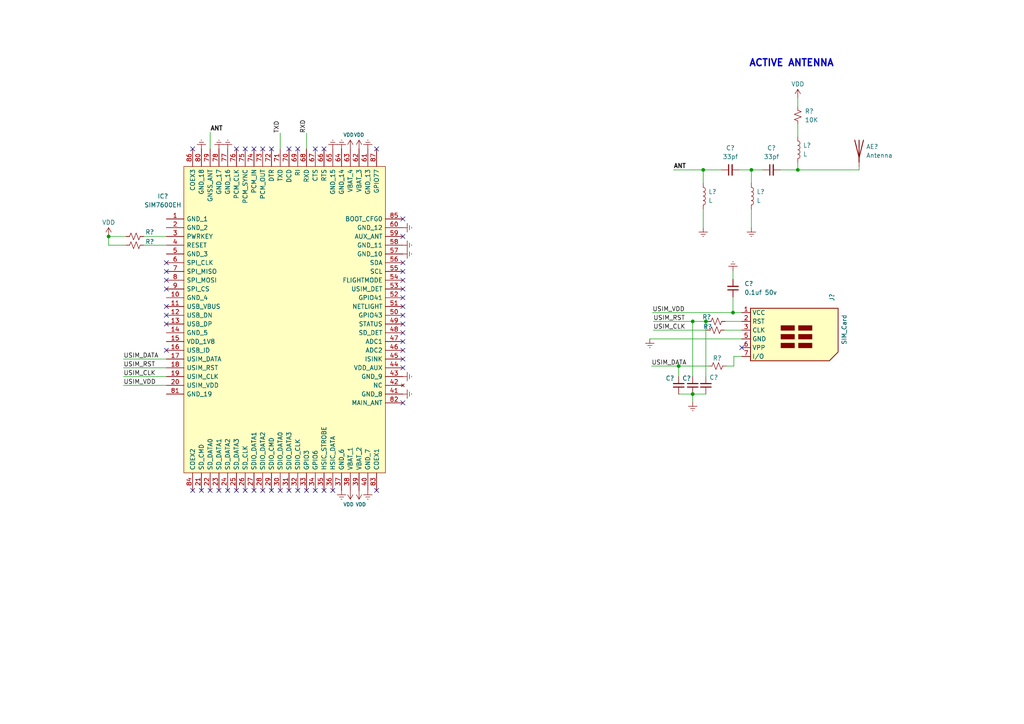
<source format=kicad_sch>
(kicad_sch (version 20210621) (generator eeschema)
  (paper "A4")
  (title_block (title "SIMCOM7600") (date "2022-08-22") (rev "V1.0") (company "PRAAN TECHNOLOGY PVT.LTD"))
  (lib_symbols
    (symbol "Connector:SIM_Card"
      (property "Reference" "J" (at -2.54 12.7 0))
      (property "Value" "SIM_Card" (at -1.27 10.16 0))
      (symbol "SIM_Card_0_1"
        (rectangle (start -1.27 -2.54) (end 2.54 -1.27) (stroke (width 0.254)) (fill (type outline)))
        (rectangle (start -1.27 0) (end 2.54 1.27) (stroke (width 0.254)) (fill (type outline)))
        (rectangle (start -1.27 2.54) (end 2.54 3.81) (stroke (width 0.254)) (fill (type outline)))
        (polyline (pts (xy -10.16 8.89) (xy 15.24 8.89) (xy 15.24 -3.81) (xy 12.7 -6.35) (xy -10.16 -6.35) (xy -10.16 8.89)) (stroke (width 0.254)) (fill (type background)))
        (rectangle (start 3.81 -1.27) (end 7.62 -2.54) (stroke (width 0.254)) (fill (type outline)))
        (rectangle (start 3.81 0) (end 7.62 1.27) (stroke (width 0.254)) (fill (type outline)))
        (rectangle (start 3.81 2.54) (end 7.62 3.81) (stroke (width 0.254)) (fill (type outline)))
      )
      (symbol "SIM_Card_1_1"
        (pin power_in line (at -12.7 7.62 0) (length 2.54) (name "VCC") (number "1"))
        (pin input line (at -12.7 5.08 0) (length 2.54) (name "RST") (number "2"))
        (pin input line (at -12.7 2.54 0) (length 2.54) (name "CLK") (number "3"))
        (pin power_in line (at -12.7 0 0) (length 2.54) (name "GND") (number "5"))
        (pin input line (at -12.7 -2.54 0) (length 2.54) (name "VPP") (number "6"))
        (pin bidirectional line (at -12.7 -5.08 0) (length 2.54) (name "I/O") (number "7"))
      )
    )
    (symbol "Device:Antenna" (pin_numbers hide) (pin_names (offset 1.016) hide)
      (property "Reference" "AE" (at -1.905 1.905 0))
      (property "Value" "Antenna" (at -1.905 0 0))
      (symbol "Antenna_0_1"
        (polyline (pts (xy 0 2.54) (xy 0 -3.81)) (stroke (width 0.254)))
        (polyline (pts (xy 1.27 2.54) (xy 0 -2.54) (xy -1.27 2.54)) (stroke (width 0.254)))
      )
      (symbol "Antenna_1_1"
        (pin input line (at 0 -5.08 90) (length 2.54) (name "A") (number "1"))
      )
    )
    (symbol "Device:C_Small" (pin_numbers hide) (pin_names (offset 0.254) hide)
      (property "Reference" "C" (at 0.254 1.778 0))
      (property "Value" "C_Small" (at 0.254 -2.032 0))
      (symbol "C_Small_0_1"
        (polyline (pts (xy -1.524 -0.508) (xy 1.524 -0.508)) (stroke (width 0.3302)))
        (polyline (pts (xy -1.524 0.508) (xy 1.524 0.508)) (stroke (width 0.3048)))
      )
      (symbol "C_Small_1_1"
        (pin passive line (at 0 2.54 270) (length 2.032) (name "~") (number "1"))
        (pin passive line (at 0 -2.54 90) (length 2.032) (name "~") (number "2"))
      )
    )
    (symbol "Device:L" (pin_numbers hide) (pin_names (offset 1.016) hide)
      (property "Reference" "L" (at -1.27 0 90))
      (property "Value" "L" (at 1.905 0 90))
      (symbol "L_0_1"
        (arc (start 0 -2.54) (mid 0.635 -1.905) (end 0 -1.27))
        (arc (start 0 -1.27) (mid 0.635 -0.635) (end 0 0))
        (arc (start 0 0) (mid 0.635 0.635) (end 0 1.27))
        (arc (start 0 1.27) (mid 0.635 1.905) (end 0 2.54))
      )
      (symbol "L_1_1"
        (pin passive line (at 0 3.81 270) (length 1.27) (name "1") (number "1"))
        (pin passive line (at 0 -3.81 90) (length 1.27) (name "2") (number "2"))
      )
    )
    (symbol "Device:R_Small_US" (pin_numbers hide) (pin_names (offset 0.254) hide)
      (property "Reference" "R" (at 0.762 0.508 0))
      (property "Value" "R_Small_US" (at 0.762 -1.016 0))
      (symbol "R_Small_US_1_1"
        (polyline (pts (xy 0 0) (xy 1.016 -0.381) (xy 0 -0.762) (xy -1.016 -1.143) (xy 0 -1.524)))
        (polyline (pts (xy 0 1.524) (xy 1.016 1.143) (xy 0 0.762) (xy -1.016 0.381) (xy 0 0)))
        (pin passive line (at 0 2.54 270) (length 1.016) (name "~") (number "1"))
        (pin passive line (at 0 -2.54 90) (length 1.016) (name "~") (number "2"))
      )
    )
    (symbol "SIM7600E-H:SIM7600EH" (pin_names (offset 0.762))
      (property "Reference" "IC" (at 64.77 20.32 0))
      (property "Value" "SIM7600EH" (at 64.77 17.78 0))
      (symbol "SIM7600EH_0_0"
        (pin passive line (at 0 0 0) (length 5.08) (name "GND_1") (number "1"))
        (pin passive line (at 0 -22.86 0) (length 5.08) (name "GND_4") (number "10"))
        (pin passive line (at 0 -25.4 0) (length 5.08) (name "USB_VBUS") (number "11"))
        (pin passive line (at 0 -27.94 0) (length 5.08) (name "USB_DN") (number "12"))
        (pin passive line (at 0 -30.48 0) (length 5.08) (name "USB_DP") (number "13"))
        (pin passive line (at 0 -33.02 0) (length 5.08) (name "GND_5") (number "14"))
        (pin passive line (at 0 -35.56 0) (length 5.08) (name "VDD_1V8") (number "15"))
        (pin passive line (at 0 -38.1 0) (length 5.08) (name "USB_ID") (number "16"))
        (pin passive line (at 0 -40.64 0) (length 5.08) (name "USIM_DATA") (number "17"))
        (pin passive line (at 0 -43.18 0) (length 5.08) (name "USIM_RST") (number "18"))
        (pin passive line (at 0 -45.72 0) (length 5.08) (name "USIM_CLK") (number "19"))
        (pin passive line (at 0 -2.54 0) (length 5.08) (name "GND_2") (number "2"))
        (pin passive line (at 0 -48.26 0) (length 5.08) (name "USIM_VDD") (number "20"))
        (pin passive line (at 10.16 -78.74 90) (length 5.08) (name "SD_CMD") (number "21"))
        (pin passive line (at 12.7 -78.74 90) (length 5.08) (name "SD_DATA0") (number "22"))
        (pin passive line (at 15.24 -78.74 90) (length 5.08) (name "SD_DATA1") (number "23"))
        (pin passive line (at 17.78 -78.74 90) (length 5.08) (name "SD_DATA2") (number "24"))
        (pin passive line (at 20.32 -78.74 90) (length 5.08) (name "SD_DATA3") (number "25"))
        (pin passive line (at 22.86 -78.74 90) (length 5.08) (name "SD_CLK") (number "26"))
        (pin passive line (at 25.4 -78.74 90) (length 5.08) (name "SDIO_DATA1") (number "27"))
        (pin passive line (at 27.94 -78.74 90) (length 5.08) (name "SDIO_DATA2") (number "28"))
        (pin passive line (at 30.48 -78.74 90) (length 5.08) (name "SDIO_CMD") (number "29"))
        (pin passive line (at 0 -5.08 0) (length 5.08) (name "PWRKEY") (number "3"))
        (pin passive line (at 33.02 -78.74 90) (length 5.08) (name "SDIO_DATA0") (number "30"))
        (pin passive line (at 35.56 -78.74 90) (length 5.08) (name "SDIO_DATA3") (number "31"))
        (pin passive line (at 38.1 -78.74 90) (length 5.08) (name "SDIO_CLK") (number "32"))
        (pin passive line (at 40.64 -78.74 90) (length 5.08) (name "GPIO3") (number "33"))
        (pin passive line (at 43.18 -78.74 90) (length 5.08) (name "GPIO6") (number "34"))
        (pin passive line (at 45.72 -78.74 90) (length 5.08) (name "HSIC_STROBE") (number "35"))
        (pin passive line (at 48.26 -78.74 90) (length 5.08) (name "HSIC_DATA") (number "36"))
        (pin passive line (at 50.8 -78.74 90) (length 5.08) (name "GND_6") (number "37"))
        (pin passive line (at 53.34 -78.74 90) (length 5.08) (name "VBAT_1") (number "38"))
        (pin passive line (at 55.88 -78.74 90) (length 5.08) (name "VBAT_2") (number "39"))
        (pin passive line (at 0 -7.62 0) (length 5.08) (name "RESET") (number "4"))
        (pin passive line (at 58.42 -78.74 90) (length 5.08) (name "GND_7") (number "40"))
        (pin passive line (at 68.58 -50.8 180) (length 5.08) (name "GND_8") (number "41"))
        (pin no_connect line (at 68.58 -48.26 180) (length 5.08) (name "NC") (number "42"))
        (pin passive line (at 68.58 -45.72 180) (length 5.08) (name "GND_9") (number "43"))
        (pin passive line (at 68.58 -43.18 180) (length 5.08) (name "VDD_AUX") (number "44"))
        (pin passive line (at 68.58 -40.64 180) (length 5.08) (name "ISINK") (number "45"))
        (pin passive line (at 68.58 -38.1 180) (length 5.08) (name "ADC2") (number "46"))
        (pin passive line (at 68.58 -35.56 180) (length 5.08) (name "ADC1") (number "47"))
        (pin passive line (at 68.58 -33.02 180) (length 5.08) (name "SD_DET") (number "48"))
        (pin passive line (at 68.58 -30.48 180) (length 5.08) (name "STATUS") (number "49"))
        (pin passive line (at 0 -10.16 0) (length 5.08) (name "GND_3") (number "5"))
        (pin passive line (at 68.58 -27.94 180) (length 5.08) (name "GPIO43") (number "50"))
        (pin passive line (at 68.58 -25.4 180) (length 5.08) (name "NETLIGHT") (number "51"))
        (pin passive line (at 68.58 -22.86 180) (length 5.08) (name "GPIO41") (number "52"))
        (pin passive line (at 68.58 -20.32 180) (length 5.08) (name "USIM_DET") (number "53"))
        (pin passive line (at 68.58 -17.78 180) (length 5.08) (name "FLIGHTMODE") (number "54"))
        (pin passive line (at 68.58 -15.24 180) (length 5.08) (name "SCL") (number "55"))
        (pin passive line (at 68.58 -12.7 180) (length 5.08) (name "SDA") (number "56"))
        (pin passive line (at 68.58 -10.16 180) (length 5.08) (name "GND_10") (number "57"))
        (pin passive line (at 68.58 -7.62 180) (length 5.08) (name "GND_11") (number "58"))
        (pin passive line (at 68.58 -5.08 180) (length 5.08) (name "AUX_ANT") (number "59"))
        (pin passive line (at 0 -12.7 0) (length 5.08) (name "SPI_CLK") (number "6"))
        (pin passive line (at 68.58 -2.54 180) (length 5.08) (name "GND_12") (number "60"))
        (pin passive line (at 58.42 20.32 270) (length 5.08) (name "GND_13") (number "61"))
        (pin passive line (at 55.88 20.32 270) (length 5.08) (name "VBAT_3") (number "62"))
        (pin passive line (at 53.34 20.32 270) (length 5.08) (name "VBAT_4") (number "63"))
        (pin passive line (at 50.8 20.32 270) (length 5.08) (name "GND_14") (number "64"))
        (pin passive line (at 48.26 20.32 270) (length 5.08) (name "GND_15") (number "65"))
        (pin passive line (at 45.72 20.32 270) (length 5.08) (name "RTS") (number "66"))
        (pin passive line (at 43.18 20.32 270) (length 5.08) (name "CTS") (number "67"))
        (pin passive line (at 40.64 20.32 270) (length 5.08) (name "RXD") (number "68"))
        (pin passive line (at 38.1 20.32 270) (length 5.08) (name "RI") (number "69"))
        (pin passive line (at 0 -15.24 0) (length 5.08) (name "SPI_MISO") (number "7"))
        (pin passive line (at 35.56 20.32 270) (length 5.08) (name "DCD") (number "70"))
        (pin passive line (at 33.02 20.32 270) (length 5.08) (name "TXD") (number "71"))
        (pin passive line (at 30.48 20.32 270) (length 5.08) (name "DTR") (number "72"))
        (pin passive line (at 27.94 20.32 270) (length 5.08) (name "PCM_OUT") (number "73"))
        (pin passive line (at 25.4 20.32 270) (length 5.08) (name "PCM_IN") (number "74"))
        (pin passive line (at 22.86 20.32 270) (length 5.08) (name "PCM_SYNC") (number "75"))
        (pin passive line (at 20.32 20.32 270) (length 5.08) (name "PCM_CLK") (number "76"))
        (pin passive line (at 17.78 20.32 270) (length 5.08) (name "GND_16") (number "77"))
        (pin passive line (at 15.24 20.32 270) (length 5.08) (name "GND_17") (number "78"))
        (pin passive line (at 12.7 20.32 270) (length 5.08) (name "GNSS_ANT") (number "79"))
        (pin passive line (at 0 -17.78 0) (length 5.08) (name "SPI_MOSI") (number "8"))
        (pin passive line (at 10.16 20.32 270) (length 5.08) (name "GND_18") (number "80"))
        (pin passive line (at 0 -50.8 0) (length 5.08) (name "GND_19") (number "81"))
        (pin passive line (at 68.58 -53.34 180) (length 5.08) (name "MAIN_ANT") (number "82"))
        (pin passive line (at 60.96 -78.74 90) (length 5.08) (name "COEX1") (number "83"))
        (pin passive line (at 7.62 -78.74 90) (length 5.08) (name "COEX2") (number "84"))
        (pin passive line (at 68.58 0 180) (length 5.08) (name "BOOT_CFG0") (number "85"))
        (pin passive line (at 7.62 20.32 270) (length 5.08) (name "COEX3") (number "86"))
        (pin passive line (at 60.96 20.32 270) (length 5.08) (name "GPIO77") (number "87"))
        (pin passive line (at 0 -20.32 0) (length 5.08) (name "SPI_CS") (number "9"))
      )
      (symbol "SIM7600EH_0_1"
        (polyline (pts (xy 5.08 15.24) (xy 63.5 15.24) (xy 63.5 -73.66) (xy 5.08 -73.66) (xy 5.08 15.24)) (stroke (width 0.1524)) (fill (type background)))
      )
    )
    (symbol "power:Earth" (power) (pin_names (offset 0))
      (symbol "Earth_0_1"
        (polyline (pts (xy -0.635 -1.905) (xy 0.635 -1.905)))
        (polyline (pts (xy -0.127 -2.54) (xy 0.127 -2.54)))
        (polyline (pts (xy 0 -1.27) (xy 0 0)))
        (polyline (pts (xy 1.27 -1.27) (xy -1.27 -1.27)))
      )
      (symbol "Earth_1_1"
        (pin power_in line (at 0 0 270) (length 0) hide (name "Earth") (number "1"))
      )
    )
    (symbol "power:VDD" (power) (pin_names (offset 0))
      (property "Value" "VDD" (at 0 3.81 0))
      (symbol "VDD_0_1"
        (polyline (pts (xy -0.762 1.27) (xy 0 2.54)))
        (polyline (pts (xy 0 0) (xy 0 2.54)))
        (polyline (pts (xy 0 2.54) (xy 0.762 1.27)))
      )
      (symbol "VDD_1_1"
        (pin power_in line (at 0 0 90) (length 0) hide (name "VDD") (number "1"))
      )
    )
  )
  (junction (at 231.394 49.276))
  (junction (at 200.914 93.218))
  (junction (at 200.914 114.3))
  (junction (at 217.932 49.276))
  (junction (at 204.724 93.218))
  (junction (at 212.598 90.678))
  (junction (at 203.962 49.276))
  (junction (at 31.496 68.58))
  (junction (at 196.85 106.172))
  (no_connect (at 109.22 142.24))
  (no_connect (at 116.84 116.84))
  (no_connect (at 215.138 100.838))
  (no_connect (at 48.26 93.98))
  (no_connect (at 48.26 101.6))
  (no_connect (at 48.26 76.2))
  (no_connect (at 48.26 78.74))
  (no_connect (at 48.26 81.28))
  (no_connect (at 48.26 83.82))
  (no_connect (at 48.26 88.9))
  (no_connect (at 48.26 91.44))
  (no_connect (at 71.12 43.18))
  (no_connect (at 68.58 43.18))
  (no_connect (at 55.88 43.18))
  (no_connect (at 116.84 106.68))
  (no_connect (at 116.84 104.14))
  (no_connect (at 116.84 101.6))
  (no_connect (at 78.74 43.18))
  (no_connect (at 76.2 43.18))
  (no_connect (at 73.66 43.18))
  (no_connect (at 93.98 43.18))
  (no_connect (at 91.44 43.18))
  (no_connect (at 86.36 43.18))
  (no_connect (at 83.82 43.18))
  (no_connect (at 116.84 99.06))
  (no_connect (at 116.84 96.52))
  (no_connect (at 116.84 93.98))
  (no_connect (at 116.84 91.44))
  (no_connect (at 116.84 88.9))
  (no_connect (at 116.84 86.36))
  (no_connect (at 116.84 83.82))
  (no_connect (at 116.84 81.28))
  (no_connect (at 116.84 78.74))
  (no_connect (at 116.84 76.2))
  (no_connect (at 116.84 68.58))
  (no_connect (at 109.22 43.18))
  (no_connect (at 116.84 63.5))
  (no_connect (at 55.88 142.24))
  (no_connect (at 58.42 142.24))
  (no_connect (at 60.96 142.24))
  (no_connect (at 63.5 142.24))
  (no_connect (at 66.04 142.24))
  (no_connect (at 68.58 142.24))
  (no_connect (at 71.12 142.24))
  (no_connect (at 73.66 142.24))
  (no_connect (at 76.2 142.24))
  (no_connect (at 78.74 142.24))
  (no_connect (at 81.28 142.24))
  (no_connect (at 83.82 142.24))
  (no_connect (at 86.36 142.24))
  (no_connect (at 88.9 142.24))
  (no_connect (at 91.44 142.24))
  (no_connect (at 93.98 142.24))
  (no_connect (at 96.52 142.24))
  (wire (pts (xy 31.496 71.12) (xy 31.496 68.58)))
  (wire (pts (xy 231.394 39.624) (xy 231.394 36.068)))
  (wire (pts (xy 48.26 68.58) (xy 41.656 68.58)))
  (wire (pts (xy 217.932 53.086) (xy 217.932 49.276)))
  (wire (pts (xy 200.914 109.22) (xy 200.914 93.218)))
  (wire (pts (xy 196.85 109.22) (xy 196.85 106.172)))
  (wire (pts (xy 203.962 60.706) (xy 203.962 66.04)))
  (wire (pts (xy 212.598 90.678) (xy 215.138 90.678)))
  (wire (pts (xy 200.914 114.3) (xy 196.85 114.3)))
  (wire (pts (xy 204.724 114.3) (xy 200.914 114.3)))
  (wire (pts (xy 210.058 95.758) (xy 215.138 95.758)))
  (wire (pts (xy 189.23 90.678) (xy 212.598 90.678)))
  (wire (pts (xy 188.468 98.298) (xy 215.138 98.298)))
  (wire (pts (xy 48.26 111.76) (xy 35.814 111.76)))
  (wire (pts (xy 203.962 49.276) (xy 209.296 49.276)))
  (wire (pts (xy 203.962 53.086) (xy 203.962 49.276)))
  (wire (pts (xy 212.598 86.106) (xy 212.598 90.678)))
  (wire (pts (xy 217.932 49.276) (xy 221.234 49.276)))
  (wire (pts (xy 214.376 49.276) (xy 217.932 49.276)))
  (wire (pts (xy 204.724 109.22) (xy 204.724 93.218)))
  (wire (pts (xy 81.28 43.18) (xy 81.28 38.608)))
  (wire (pts (xy 231.394 49.276) (xy 249.174 49.276)))
  (wire (pts (xy 249.174 49.276) (xy 249.174 48.26)))
  (wire (pts (xy 31.496 68.58) (xy 36.576 68.58)))
  (wire (pts (xy 48.26 71.12) (xy 41.656 71.12)))
  (wire (pts (xy 204.724 93.218) (xy 205.232 93.218)))
  (wire (pts (xy 200.914 93.218) (xy 204.724 93.218)))
  (wire (pts (xy 189.484 93.218) (xy 200.914 93.218)))
  (wire (pts (xy 204.978 95.758) (xy 189.484 95.758)))
  (wire (pts (xy 205.486 106.172) (xy 196.85 106.172)))
  (wire (pts (xy 196.85 106.172) (xy 188.976 106.172)))
  (wire (pts (xy 200.914 116.586) (xy 200.914 114.3)))
  (wire (pts (xy 60.96 38.354) (xy 60.96 43.18)))
  (wire (pts (xy 215.138 103.378) (xy 212.852 103.378)))
  (wire (pts (xy 212.852 103.378) (xy 212.852 106.172)))
  (wire (pts (xy 217.932 60.706) (xy 217.932 66.04)))
  (wire (pts (xy 212.598 78.486) (xy 212.598 81.026)))
  (wire (pts (xy 88.9 43.18) (xy 88.9 38.608)))
  (wire (pts (xy 31.496 71.12) (xy 36.576 71.12)))
  (wire (pts (xy 210.312 93.218) (xy 215.138 93.218)))
  (wire (pts (xy 48.26 104.14) (xy 35.814 104.14)))
  (wire (pts (xy 48.26 109.22) (xy 35.814 109.22)))
  (wire (pts (xy 48.26 106.68) (xy 35.814 106.68)))
  (wire (pts (xy 212.852 106.172) (xy 210.566 106.172)))
  (wire (pts (xy 195.326 49.276) (xy 203.962 49.276)))
  (wire (pts (xy 231.394 30.988) (xy 231.394 28.448)))
  (wire (pts (xy 231.394 49.276) (xy 231.394 47.244)))
  (wire (pts (xy 226.314 49.276) (xy 231.394 49.276)))
  (text "ACTIVE ANTENNA" (at 217.17 19.558 0) (effects (font (size 2 2) bold) (justify left bottom)))
  (label "TXD" (at 81.28 38.608 90))
  (label "USIM_VDD" (at 189.23 90.678 0))
  (label "ANT" (at 195.326 49.276 0) (effects (font bold)))
  (label "ANT" (at 60.96 38.354 0) (effects (font bold)))
  (label "USIM_CLK" (at 35.814 109.22 0))
  (label "USIM_CLK" (at 189.484 95.758 0))
  (label "USIM_RST" (at 35.814 106.68 0))
  (label "RXD" (at 88.9 38.608 90))
  (label "USIM_VDD" (at 35.814 111.76 0))
  (label "USIM_DATA" (at 188.976 106.172 0))
  (label "USIM_DATA" (at 35.814 104.14 0))
  (label "USIM_RST" (at 189.484 93.218 0))
  (symbol (lib_id "Device:R_Small_US") (at 231.394 33.528 0) (unit 1)
    (property "Reference" "R?" (at 233.426 32.2579 0) (effects (justify left)))
    (property "Value" "10K" (at 233.426 34.7979 0) (effects (justify left)))
  )
  (symbol (lib_id "Device:C_Small") (at 200.914 111.76 180) (unit 1)
    (property "Reference" "C?" (at 197.866 109.728 0) (effects (justify right)))
    (property "Value" "22pf 50v" (effects hide))
  )
  (symbol (lib_id "power:VDD") (at 101.6 142.24 180) (unit 1)
    (property "Reference" "#PWR?" (effects hide))
    (property "Value" "VDD" (at 101.092 146.304 0) (effects (font (size 1 1))))
  )
  (symbol (lib_id "power:Earth") (at 116.84 66.04 90) (unit 1)
    (property "Reference" "#PWR?" (effects hide))
    (property "Value" "Earth" (effects hide))
  )
  (symbol (lib_id "Connector:SIM_Card") (at 227.838 98.298 0) (unit 1)
    (property "Reference" "J?" (at 241.3 85.09 90) (effects (justify right)))
    (property "Value" "SIM_Card" (at 244.856 91.186 90) (effects (justify right)))
    (property "Datasheet" " ~" (effects hide))
  )
  (symbol (lib_id "Device:Antenna") (at 249.174 43.18 0) (unit 1)
    (property "Reference" "AE?" (at 251.206 42.5449 0) (effects (justify left)))
    (property "Value" "Antenna" (at 251.206 45.0849 0) (effects (justify left)))
  )
  (symbol (lib_id "power:VDD") (at 104.14 43.18 0) (unit 1)
    (property "Reference" "#PWR?" (effects hide))
    (property "Value" "VDD" (at 104.14 39.116 0) (effects (font (size 1 1))))
  )
  (symbol (lib_id "Device:C_Small") (at 204.724 111.76 180) (unit 1)
    (property "Reference" "C?" (at 205.74 109.474 0) (effects (justify right)))
    (property "Value" "22pf 50v" (effects hide))
  )
  (symbol (lib_id "Device:C_Small") (at 223.774 49.276 90) (unit 1)
    (property "Reference" "C?" (at 223.7803 42.926 90))
    (property "Value" "33pf" (at 223.7803 45.466 90))
  )
  (symbol (lib_id "power:Earth") (at 217.932 66.04 0) (unit 1)
    (property "Reference" "#PWR?" (effects hide))
    (property "Value" "Earth" (effects hide))
  )
  (symbol (lib_id "Device:R_Small_US") (at 39.116 68.58 90) (unit 1)
    (property "Reference" "R?" (at 43.434 67.31 90))
    (property "Value" "10K" (effects hide))
  )
  (symbol (lib_id "Device:R_Small_US") (at 208.026 106.172 90) (unit 1)
    (property "Reference" "R?" (at 208.026 103.886 90))
    (property "Value" "22R" (effects hide))
  )
  (symbol (lib_id "Device:C_Small") (at 211.836 49.276 90) (unit 1)
    (property "Reference" "C?" (at 211.8423 42.926 90))
    (property "Value" "33pf" (at 211.8423 45.466 90))
  )
  (symbol (lib_id "power:Earth") (at 116.84 114.3 90) (unit 1)
    (property "Reference" "#PWR?" (effects hide))
    (property "Value" "Earth" (effects hide))
  )
  (symbol (lib_id "power:Earth") (at 66.04 43.18 180) (unit 1)
    (property "Reference" "#PWR?" (effects hide))
    (property "Value" "Earth" (effects hide))
  )
  (symbol (lib_id "Device:R_Small_US") (at 39.116 71.12 90) (unit 1)
    (property "Reference" "R?" (at 43.434 70.104 90))
    (property "Value" "10K" (effects hide))
  )
  (symbol (lib_id "power:Earth") (at 203.962 66.04 0) (unit 1)
    (property "Reference" "#PWR?" (effects hide))
    (property "Value" "Earth" (effects hide))
  )
  (symbol (lib_id "SIM7600E-H:SIM7600EH") (at 48.26 63.5 0) (unit 1)
    (property "Reference" "IC?" (at 47.244 56.9212 0))
    (property "Value" "SIM7600EH" (at 47.244 59.4612 0))
    (property "Footprint" "SIM7600EH" (effects hide))
    (property "Datasheet" "https://www.waveshare.com/w/upload/f/fd/SIM7600_Series_Hardware_Design_V1.02.pdf" (effects hide))
    (property "Description" "Multi-Band LTE-TDD/LTE-FDD/HSPA+ and GSM/GPRS/EDGE module" (effects hide))
    (property "Height" "3.1" (effects hide))
    (property "Manufacturer_Name" "SIMCOM" (effects hide))
    (property "Manufacturer_Part_Number" "SIM7600EH" (effects hide))
  )
  (symbol (lib_id "Device:L") (at 217.932 56.896 0) (unit 1)
    (property "Reference" "L?" (at 219.456 55.6259 0) (effects (justify left)))
    (property "Value" "L" (at 219.456 58.1659 0) (effects (justify left)))
  )
  (symbol (lib_id "power:VDD") (at 231.394 28.448 0) (unit 1)
    (property "Reference" "#PWR?" (effects hide))
    (property "Value" "VDD" (at 231.394 24.384 0))
  )
  (symbol (lib_id "power:Earth") (at 116.84 73.66 90) (unit 1)
    (property "Reference" "#PWR?" (effects hide))
    (property "Value" "Earth" (effects hide))
  )
  (symbol (lib_id "Device:L") (at 231.394 43.434 0) (unit 1)
    (property "Reference" "L?" (at 232.918 42.1639 0) (effects (justify left)))
    (property "Value" "L" (at 232.918 44.7039 0) (effects (justify left)))
  )
  (symbol (lib_id "power:Earth") (at 106.68 43.18 180) (unit 1)
    (property "Reference" "#PWR?" (effects hide))
    (property "Value" "Earth" (effects hide))
  )
  (symbol (lib_id "power:Earth") (at 116.84 71.12 90) (unit 1)
    (property "Reference" "#PWR?" (effects hide))
    (property "Value" "Earth" (effects hide))
  )
  (symbol (lib_id "Device:R_Small_US") (at 207.518 95.758 90) (unit 1)
    (property "Reference" "R?" (at 205.232 94.742 90))
    (property "Value" "22R" (effects hide))
  )
  (symbol (lib_id "power:VDD") (at 31.496 68.58 0) (unit 1)
    (property "Reference" "#PWR?" (effects hide))
    (property "Value" "VDD" (at 31.496 64.516 0))
  )
  (symbol (lib_id "power:Earth") (at 99.06 142.24 0) (unit 1)
    (property "Reference" "#PWR?" (effects hide))
    (property "Value" "Earth" (effects hide))
  )
  (symbol (lib_id "power:Earth") (at 96.52 43.18 180) (unit 1)
    (property "Reference" "#PWR?" (effects hide))
    (property "Value" "Earth" (effects hide))
  )
  (symbol (lib_id "power:Earth") (at 99.06 43.18 180) (unit 1)
    (property "Reference" "#PWR?" (effects hide))
    (property "Value" "Earth" (effects hide))
  )
  (symbol (lib_id "power:VDD") (at 104.14 142.24 180) (unit 1)
    (property "Reference" "#PWR?" (effects hide))
    (property "Value" "VDD" (at 104.648 146.304 0) (effects (font (size 1 1))))
  )
  (symbol (lib_id "Device:L") (at 203.962 56.896 0) (unit 1)
    (property "Reference" "L?" (at 205.486 55.6259 0) (effects (justify left)))
    (property "Value" "L" (at 205.486 58.1659 0) (effects (justify left)))
  )
  (symbol (lib_id "Device:C_Small") (at 196.85 111.76 180) (unit 1)
    (property "Reference" "C?" (at 193.04 109.728 0) (effects (justify right)))
    (property "Value" "22pf 50v" (effects hide))
  )
  (symbol (lib_id "power:Earth") (at 212.598 78.486 180) (unit 1)
    (property "Reference" "#PWR?" (effects hide))
    (property "Value" "Earth" (effects hide))
  )
  (symbol (lib_id "power:Earth") (at 106.68 142.24 0) (unit 1)
    (property "Reference" "#PWR?" (effects hide))
    (property "Value" "Earth" (effects hide))
  )
  (symbol (lib_id "Device:R_Small_US") (at 207.772 93.218 90) (unit 1)
    (property "Reference" "R?" (at 204.978 91.948 90))
    (property "Value" "22R" (effects hide))
  )
  (symbol (lib_id "power:Earth") (at 116.84 109.22 90) (unit 1)
    (property "Reference" "#PWR?" (effects hide))
    (property "Value" "Earth" (effects hide))
  )
  (symbol (lib_id "power:Earth") (at 200.914 116.586 0) (unit 1)
    (property "Reference" "#PWR?" (effects hide))
    (property "Value" "Earth" (effects hide))
  )
  (symbol (lib_id "power:VDD") (at 101.6 43.18 0) (unit 1)
    (property "Reference" "#PWR?" (effects hide))
    (property "Value" "VDD" (at 101.092 39.116 0) (effects (font (size 1 1))))
  )
  (symbol (lib_id "Device:C_Small") (at 212.598 83.566 180) (unit 1)
    (property "Reference" "C?" (at 215.9 82.2895 0) (effects (justify right)))
    (property "Value" "0.1uf 50v" (at 215.9 84.8295 0) (effects (justify right)))
  )
  (symbol (lib_id "power:Earth") (at 63.5 43.18 180) (unit 1)
    (property "Reference" "#PWR?" (effects hide))
    (property "Value" "Earth" (effects hide))
  )
  (symbol (lib_id "power:Earth") (at 188.468 98.298 0) (unit 1)
    (property "Reference" "#PWR?" (effects hide))
    (property "Value" "Earth" (effects hide))
  )
  (symbol (lib_id "power:Earth") (at 58.42 43.18 180) (unit 1)
    (property "Reference" "#PWR?" (effects hide))
    (property "Value" "Earth" (effects hide))
  )
)
</source>
